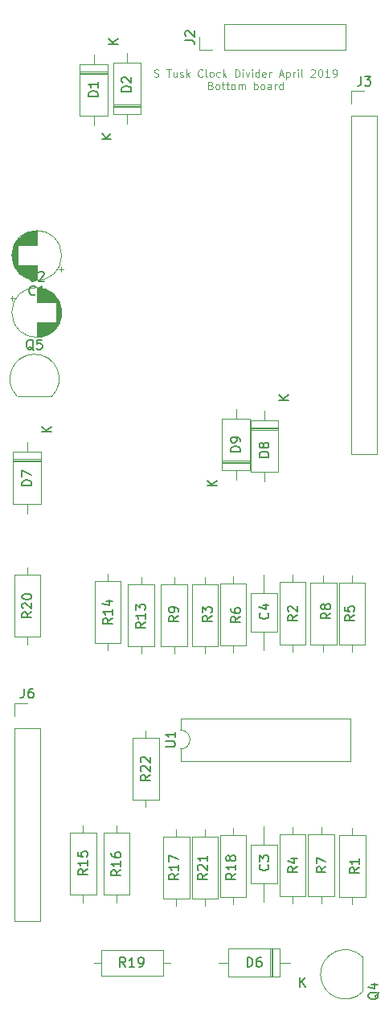
<source format=gbr>
G04 #@! TF.GenerationSoftware,KiCad,Pcbnew,(5.0.1)-3*
G04 #@! TF.CreationDate,2019-04-01T17:27:39+01:00*
G04 #@! TF.ProjectId,Fractional Clock divider PCB1 bottom board,4672616374696F6E616C20436C6F636B,rev?*
G04 #@! TF.SameCoordinates,Original*
G04 #@! TF.FileFunction,Legend,Top*
G04 #@! TF.FilePolarity,Positive*
%FSLAX46Y46*%
G04 Gerber Fmt 4.6, Leading zero omitted, Abs format (unit mm)*
G04 Created by KiCad (PCBNEW (5.0.1)-3) date 01/04/2019 17:27:39*
%MOMM*%
%LPD*%
G01*
G04 APERTURE LIST*
%ADD10C,0.100000*%
%ADD11C,0.120000*%
%ADD12C,0.150000*%
G04 APERTURE END LIST*
D10*
X76880952Y-21173809D02*
X76995238Y-21211904D01*
X77185714Y-21211904D01*
X77261904Y-21173809D01*
X77300000Y-21135714D01*
X77338095Y-21059523D01*
X77338095Y-20983333D01*
X77300000Y-20907142D01*
X77261904Y-20869047D01*
X77185714Y-20830952D01*
X77033333Y-20792857D01*
X76957142Y-20754761D01*
X76919047Y-20716666D01*
X76880952Y-20640476D01*
X76880952Y-20564285D01*
X76919047Y-20488095D01*
X76957142Y-20450000D01*
X77033333Y-20411904D01*
X77223809Y-20411904D01*
X77338095Y-20450000D01*
X78176190Y-20411904D02*
X78633333Y-20411904D01*
X78404761Y-21211904D02*
X78404761Y-20411904D01*
X79242857Y-20678571D02*
X79242857Y-21211904D01*
X78900000Y-20678571D02*
X78900000Y-21097619D01*
X78938095Y-21173809D01*
X79014285Y-21211904D01*
X79128571Y-21211904D01*
X79204761Y-21173809D01*
X79242857Y-21135714D01*
X79585714Y-21173809D02*
X79661904Y-21211904D01*
X79814285Y-21211904D01*
X79890476Y-21173809D01*
X79928571Y-21097619D01*
X79928571Y-21059523D01*
X79890476Y-20983333D01*
X79814285Y-20945238D01*
X79700000Y-20945238D01*
X79623809Y-20907142D01*
X79585714Y-20830952D01*
X79585714Y-20792857D01*
X79623809Y-20716666D01*
X79700000Y-20678571D01*
X79814285Y-20678571D01*
X79890476Y-20716666D01*
X80271428Y-21211904D02*
X80271428Y-20411904D01*
X80347619Y-20907142D02*
X80576190Y-21211904D01*
X80576190Y-20678571D02*
X80271428Y-20983333D01*
X81985714Y-21135714D02*
X81947619Y-21173809D01*
X81833333Y-21211904D01*
X81757142Y-21211904D01*
X81642857Y-21173809D01*
X81566666Y-21097619D01*
X81528571Y-21021428D01*
X81490476Y-20869047D01*
X81490476Y-20754761D01*
X81528571Y-20602380D01*
X81566666Y-20526190D01*
X81642857Y-20450000D01*
X81757142Y-20411904D01*
X81833333Y-20411904D01*
X81947619Y-20450000D01*
X81985714Y-20488095D01*
X82442857Y-21211904D02*
X82366666Y-21173809D01*
X82328571Y-21097619D01*
X82328571Y-20411904D01*
X82861904Y-21211904D02*
X82785714Y-21173809D01*
X82747619Y-21135714D01*
X82709523Y-21059523D01*
X82709523Y-20830952D01*
X82747619Y-20754761D01*
X82785714Y-20716666D01*
X82861904Y-20678571D01*
X82976190Y-20678571D01*
X83052380Y-20716666D01*
X83090476Y-20754761D01*
X83128571Y-20830952D01*
X83128571Y-21059523D01*
X83090476Y-21135714D01*
X83052380Y-21173809D01*
X82976190Y-21211904D01*
X82861904Y-21211904D01*
X83814285Y-21173809D02*
X83738095Y-21211904D01*
X83585714Y-21211904D01*
X83509523Y-21173809D01*
X83471428Y-21135714D01*
X83433333Y-21059523D01*
X83433333Y-20830952D01*
X83471428Y-20754761D01*
X83509523Y-20716666D01*
X83585714Y-20678571D01*
X83738095Y-20678571D01*
X83814285Y-20716666D01*
X84157142Y-21211904D02*
X84157142Y-20411904D01*
X84233333Y-20907142D02*
X84461904Y-21211904D01*
X84461904Y-20678571D02*
X84157142Y-20983333D01*
X85414285Y-21211904D02*
X85414285Y-20411904D01*
X85604761Y-20411904D01*
X85719047Y-20450000D01*
X85795238Y-20526190D01*
X85833333Y-20602380D01*
X85871428Y-20754761D01*
X85871428Y-20869047D01*
X85833333Y-21021428D01*
X85795238Y-21097619D01*
X85719047Y-21173809D01*
X85604761Y-21211904D01*
X85414285Y-21211904D01*
X86214285Y-21211904D02*
X86214285Y-20678571D01*
X86214285Y-20411904D02*
X86176190Y-20450000D01*
X86214285Y-20488095D01*
X86252380Y-20450000D01*
X86214285Y-20411904D01*
X86214285Y-20488095D01*
X86519047Y-20678571D02*
X86709523Y-21211904D01*
X86900000Y-20678571D01*
X87204761Y-21211904D02*
X87204761Y-20678571D01*
X87204761Y-20411904D02*
X87166666Y-20450000D01*
X87204761Y-20488095D01*
X87242857Y-20450000D01*
X87204761Y-20411904D01*
X87204761Y-20488095D01*
X87928571Y-21211904D02*
X87928571Y-20411904D01*
X87928571Y-21173809D02*
X87852380Y-21211904D01*
X87700000Y-21211904D01*
X87623809Y-21173809D01*
X87585714Y-21135714D01*
X87547619Y-21059523D01*
X87547619Y-20830952D01*
X87585714Y-20754761D01*
X87623809Y-20716666D01*
X87700000Y-20678571D01*
X87852380Y-20678571D01*
X87928571Y-20716666D01*
X88614285Y-21173809D02*
X88538095Y-21211904D01*
X88385714Y-21211904D01*
X88309523Y-21173809D01*
X88271428Y-21097619D01*
X88271428Y-20792857D01*
X88309523Y-20716666D01*
X88385714Y-20678571D01*
X88538095Y-20678571D01*
X88614285Y-20716666D01*
X88652380Y-20792857D01*
X88652380Y-20869047D01*
X88271428Y-20945238D01*
X88995238Y-21211904D02*
X88995238Y-20678571D01*
X88995238Y-20830952D02*
X89033333Y-20754761D01*
X89071428Y-20716666D01*
X89147619Y-20678571D01*
X89223809Y-20678571D01*
X90061904Y-20983333D02*
X90442857Y-20983333D01*
X89985714Y-21211904D02*
X90252380Y-20411904D01*
X90519047Y-21211904D01*
X90785714Y-20678571D02*
X90785714Y-21478571D01*
X90785714Y-20716666D02*
X90861904Y-20678571D01*
X91014285Y-20678571D01*
X91090476Y-20716666D01*
X91128571Y-20754761D01*
X91166666Y-20830952D01*
X91166666Y-21059523D01*
X91128571Y-21135714D01*
X91090476Y-21173809D01*
X91014285Y-21211904D01*
X90861904Y-21211904D01*
X90785714Y-21173809D01*
X91509523Y-21211904D02*
X91509523Y-20678571D01*
X91509523Y-20830952D02*
X91547619Y-20754761D01*
X91585714Y-20716666D01*
X91661904Y-20678571D01*
X91738095Y-20678571D01*
X92004761Y-21211904D02*
X92004761Y-20678571D01*
X92004761Y-20411904D02*
X91966666Y-20450000D01*
X92004761Y-20488095D01*
X92042857Y-20450000D01*
X92004761Y-20411904D01*
X92004761Y-20488095D01*
X92500000Y-21211904D02*
X92423809Y-21173809D01*
X92385714Y-21097619D01*
X92385714Y-20411904D01*
X93376190Y-20488095D02*
X93414285Y-20450000D01*
X93490476Y-20411904D01*
X93680952Y-20411904D01*
X93757142Y-20450000D01*
X93795238Y-20488095D01*
X93833333Y-20564285D01*
X93833333Y-20640476D01*
X93795238Y-20754761D01*
X93338095Y-21211904D01*
X93833333Y-21211904D01*
X94328571Y-20411904D02*
X94404761Y-20411904D01*
X94480952Y-20450000D01*
X94519047Y-20488095D01*
X94557142Y-20564285D01*
X94595238Y-20716666D01*
X94595238Y-20907142D01*
X94557142Y-21059523D01*
X94519047Y-21135714D01*
X94480952Y-21173809D01*
X94404761Y-21211904D01*
X94328571Y-21211904D01*
X94252380Y-21173809D01*
X94214285Y-21135714D01*
X94176190Y-21059523D01*
X94138095Y-20907142D01*
X94138095Y-20716666D01*
X94176190Y-20564285D01*
X94214285Y-20488095D01*
X94252380Y-20450000D01*
X94328571Y-20411904D01*
X95357142Y-21211904D02*
X94900000Y-21211904D01*
X95128571Y-21211904D02*
X95128571Y-20411904D01*
X95052380Y-20526190D01*
X94976190Y-20602380D01*
X94900000Y-20640476D01*
X95738095Y-21211904D02*
X95890476Y-21211904D01*
X95966666Y-21173809D01*
X96004761Y-21135714D01*
X96080952Y-21021428D01*
X96119047Y-20869047D01*
X96119047Y-20564285D01*
X96080952Y-20488095D01*
X96042857Y-20450000D01*
X95966666Y-20411904D01*
X95814285Y-20411904D01*
X95738095Y-20450000D01*
X95700000Y-20488095D01*
X95661904Y-20564285D01*
X95661904Y-20754761D01*
X95700000Y-20830952D01*
X95738095Y-20869047D01*
X95814285Y-20907142D01*
X95966666Y-20907142D01*
X96042857Y-20869047D01*
X96080952Y-20830952D01*
X96119047Y-20754761D01*
X82842857Y-22092857D02*
X82957142Y-22130952D01*
X82995238Y-22169047D01*
X83033333Y-22245238D01*
X83033333Y-22359523D01*
X82995238Y-22435714D01*
X82957142Y-22473809D01*
X82880952Y-22511904D01*
X82576190Y-22511904D01*
X82576190Y-21711904D01*
X82842857Y-21711904D01*
X82919047Y-21750000D01*
X82957142Y-21788095D01*
X82995238Y-21864285D01*
X82995238Y-21940476D01*
X82957142Y-22016666D01*
X82919047Y-22054761D01*
X82842857Y-22092857D01*
X82576190Y-22092857D01*
X83490476Y-22511904D02*
X83414285Y-22473809D01*
X83376190Y-22435714D01*
X83338095Y-22359523D01*
X83338095Y-22130952D01*
X83376190Y-22054761D01*
X83414285Y-22016666D01*
X83490476Y-21978571D01*
X83604761Y-21978571D01*
X83680952Y-22016666D01*
X83719047Y-22054761D01*
X83757142Y-22130952D01*
X83757142Y-22359523D01*
X83719047Y-22435714D01*
X83680952Y-22473809D01*
X83604761Y-22511904D01*
X83490476Y-22511904D01*
X83985714Y-21978571D02*
X84290476Y-21978571D01*
X84100000Y-21711904D02*
X84100000Y-22397619D01*
X84138095Y-22473809D01*
X84214285Y-22511904D01*
X84290476Y-22511904D01*
X84442857Y-21978571D02*
X84747619Y-21978571D01*
X84557142Y-21711904D02*
X84557142Y-22397619D01*
X84595238Y-22473809D01*
X84671428Y-22511904D01*
X84747619Y-22511904D01*
X85128571Y-22511904D02*
X85052380Y-22473809D01*
X85014285Y-22435714D01*
X84976190Y-22359523D01*
X84976190Y-22130952D01*
X85014285Y-22054761D01*
X85052380Y-22016666D01*
X85128571Y-21978571D01*
X85242857Y-21978571D01*
X85319047Y-22016666D01*
X85357142Y-22054761D01*
X85395238Y-22130952D01*
X85395238Y-22359523D01*
X85357142Y-22435714D01*
X85319047Y-22473809D01*
X85242857Y-22511904D01*
X85128571Y-22511904D01*
X85738095Y-22511904D02*
X85738095Y-21978571D01*
X85738095Y-22054761D02*
X85776190Y-22016666D01*
X85852380Y-21978571D01*
X85966666Y-21978571D01*
X86042857Y-22016666D01*
X86080952Y-22092857D01*
X86080952Y-22511904D01*
X86080952Y-22092857D02*
X86119047Y-22016666D01*
X86195238Y-21978571D01*
X86309523Y-21978571D01*
X86385714Y-22016666D01*
X86423809Y-22092857D01*
X86423809Y-22511904D01*
X87414285Y-22511904D02*
X87414285Y-21711904D01*
X87414285Y-22016666D02*
X87490476Y-21978571D01*
X87642857Y-21978571D01*
X87719047Y-22016666D01*
X87757142Y-22054761D01*
X87795238Y-22130952D01*
X87795238Y-22359523D01*
X87757142Y-22435714D01*
X87719047Y-22473809D01*
X87642857Y-22511904D01*
X87490476Y-22511904D01*
X87414285Y-22473809D01*
X88252380Y-22511904D02*
X88176190Y-22473809D01*
X88138095Y-22435714D01*
X88100000Y-22359523D01*
X88100000Y-22130952D01*
X88138095Y-22054761D01*
X88176190Y-22016666D01*
X88252380Y-21978571D01*
X88366666Y-21978571D01*
X88442857Y-22016666D01*
X88480952Y-22054761D01*
X88519047Y-22130952D01*
X88519047Y-22359523D01*
X88480952Y-22435714D01*
X88442857Y-22473809D01*
X88366666Y-22511904D01*
X88252380Y-22511904D01*
X89204761Y-22511904D02*
X89204761Y-22092857D01*
X89166666Y-22016666D01*
X89090476Y-21978571D01*
X88938095Y-21978571D01*
X88861904Y-22016666D01*
X89204761Y-22473809D02*
X89128571Y-22511904D01*
X88938095Y-22511904D01*
X88861904Y-22473809D01*
X88823809Y-22397619D01*
X88823809Y-22321428D01*
X88861904Y-22245238D01*
X88938095Y-22207142D01*
X89128571Y-22207142D01*
X89204761Y-22169047D01*
X89585714Y-22511904D02*
X89585714Y-21978571D01*
X89585714Y-22130952D02*
X89623809Y-22054761D01*
X89661904Y-22016666D01*
X89738095Y-21978571D01*
X89814285Y-21978571D01*
X90423809Y-22511904D02*
X90423809Y-21711904D01*
X90423809Y-22473809D02*
X90347619Y-22511904D01*
X90195238Y-22511904D01*
X90119047Y-22473809D01*
X90080952Y-22435714D01*
X90042857Y-22359523D01*
X90042857Y-22130952D01*
X90080952Y-22054761D01*
X90119047Y-22016666D01*
X90195238Y-21978571D01*
X90347619Y-21978571D01*
X90423809Y-22016666D01*
D11*
G04 #@! TO.C,C3*
X88431834Y-100146702D02*
X88431834Y-102086702D01*
X88431834Y-108066702D02*
X88431834Y-106126702D01*
X87011834Y-102086702D02*
X87011834Y-106126702D01*
X89851834Y-102086702D02*
X87011834Y-102086702D01*
X89851834Y-106126702D02*
X89851834Y-102086702D01*
X87011834Y-106126702D02*
X89851834Y-106126702D01*
G04 #@! TO.C,C4*
X88431834Y-73646702D02*
X88431834Y-75586702D01*
X88431834Y-81566702D02*
X88431834Y-79626702D01*
X87011834Y-75586702D02*
X87011834Y-79626702D01*
X89851834Y-75586702D02*
X87011834Y-75586702D01*
X89851834Y-79626702D02*
X89851834Y-75586702D01*
X87011834Y-79626702D02*
X89851834Y-79626702D01*
G04 #@! TO.C,C1*
X67120000Y-40000000D02*
G75*
G03X67120000Y-40000000I-2620000J0D01*
G01*
X64500000Y-38960000D02*
X64500000Y-37420000D01*
X64500000Y-42580000D02*
X64500000Y-41040000D01*
X64460000Y-38960000D02*
X64460000Y-37420000D01*
X64460000Y-42580000D02*
X64460000Y-41040000D01*
X64420000Y-42579000D02*
X64420000Y-41040000D01*
X64420000Y-38960000D02*
X64420000Y-37421000D01*
X64380000Y-42578000D02*
X64380000Y-41040000D01*
X64380000Y-38960000D02*
X64380000Y-37422000D01*
X64340000Y-42576000D02*
X64340000Y-41040000D01*
X64340000Y-38960000D02*
X64340000Y-37424000D01*
X64300000Y-42573000D02*
X64300000Y-41040000D01*
X64300000Y-38960000D02*
X64300000Y-37427000D01*
X64260000Y-42569000D02*
X64260000Y-41040000D01*
X64260000Y-38960000D02*
X64260000Y-37431000D01*
X64220000Y-42565000D02*
X64220000Y-41040000D01*
X64220000Y-38960000D02*
X64220000Y-37435000D01*
X64180000Y-42561000D02*
X64180000Y-41040000D01*
X64180000Y-38960000D02*
X64180000Y-37439000D01*
X64140000Y-42556000D02*
X64140000Y-41040000D01*
X64140000Y-38960000D02*
X64140000Y-37444000D01*
X64100000Y-42550000D02*
X64100000Y-41040000D01*
X64100000Y-38960000D02*
X64100000Y-37450000D01*
X64060000Y-42543000D02*
X64060000Y-41040000D01*
X64060000Y-38960000D02*
X64060000Y-37457000D01*
X64020000Y-42536000D02*
X64020000Y-41040000D01*
X64020000Y-38960000D02*
X64020000Y-37464000D01*
X63980000Y-42528000D02*
X63980000Y-41040000D01*
X63980000Y-38960000D02*
X63980000Y-37472000D01*
X63940000Y-42520000D02*
X63940000Y-41040000D01*
X63940000Y-38960000D02*
X63940000Y-37480000D01*
X63900000Y-42511000D02*
X63900000Y-41040000D01*
X63900000Y-38960000D02*
X63900000Y-37489000D01*
X63860000Y-42501000D02*
X63860000Y-41040000D01*
X63860000Y-38960000D02*
X63860000Y-37499000D01*
X63820000Y-42491000D02*
X63820000Y-41040000D01*
X63820000Y-38960000D02*
X63820000Y-37509000D01*
X63779000Y-42480000D02*
X63779000Y-41040000D01*
X63779000Y-38960000D02*
X63779000Y-37520000D01*
X63739000Y-42468000D02*
X63739000Y-41040000D01*
X63739000Y-38960000D02*
X63739000Y-37532000D01*
X63699000Y-42455000D02*
X63699000Y-41040000D01*
X63699000Y-38960000D02*
X63699000Y-37545000D01*
X63659000Y-42442000D02*
X63659000Y-41040000D01*
X63659000Y-38960000D02*
X63659000Y-37558000D01*
X63619000Y-42428000D02*
X63619000Y-41040000D01*
X63619000Y-38960000D02*
X63619000Y-37572000D01*
X63579000Y-42414000D02*
X63579000Y-41040000D01*
X63579000Y-38960000D02*
X63579000Y-37586000D01*
X63539000Y-42398000D02*
X63539000Y-41040000D01*
X63539000Y-38960000D02*
X63539000Y-37602000D01*
X63499000Y-42382000D02*
X63499000Y-41040000D01*
X63499000Y-38960000D02*
X63499000Y-37618000D01*
X63459000Y-42365000D02*
X63459000Y-41040000D01*
X63459000Y-38960000D02*
X63459000Y-37635000D01*
X63419000Y-42348000D02*
X63419000Y-41040000D01*
X63419000Y-38960000D02*
X63419000Y-37652000D01*
X63379000Y-42329000D02*
X63379000Y-41040000D01*
X63379000Y-38960000D02*
X63379000Y-37671000D01*
X63339000Y-42310000D02*
X63339000Y-41040000D01*
X63339000Y-38960000D02*
X63339000Y-37690000D01*
X63299000Y-42290000D02*
X63299000Y-41040000D01*
X63299000Y-38960000D02*
X63299000Y-37710000D01*
X63259000Y-42268000D02*
X63259000Y-41040000D01*
X63259000Y-38960000D02*
X63259000Y-37732000D01*
X63219000Y-42247000D02*
X63219000Y-41040000D01*
X63219000Y-38960000D02*
X63219000Y-37753000D01*
X63179000Y-42224000D02*
X63179000Y-41040000D01*
X63179000Y-38960000D02*
X63179000Y-37776000D01*
X63139000Y-42200000D02*
X63139000Y-41040000D01*
X63139000Y-38960000D02*
X63139000Y-37800000D01*
X63099000Y-42175000D02*
X63099000Y-41040000D01*
X63099000Y-38960000D02*
X63099000Y-37825000D01*
X63059000Y-42149000D02*
X63059000Y-41040000D01*
X63059000Y-38960000D02*
X63059000Y-37851000D01*
X63019000Y-42122000D02*
X63019000Y-41040000D01*
X63019000Y-38960000D02*
X63019000Y-37878000D01*
X62979000Y-42095000D02*
X62979000Y-41040000D01*
X62979000Y-38960000D02*
X62979000Y-37905000D01*
X62939000Y-42065000D02*
X62939000Y-41040000D01*
X62939000Y-38960000D02*
X62939000Y-37935000D01*
X62899000Y-42035000D02*
X62899000Y-41040000D01*
X62899000Y-38960000D02*
X62899000Y-37965000D01*
X62859000Y-42004000D02*
X62859000Y-41040000D01*
X62859000Y-38960000D02*
X62859000Y-37996000D01*
X62819000Y-41971000D02*
X62819000Y-41040000D01*
X62819000Y-38960000D02*
X62819000Y-38029000D01*
X62779000Y-41937000D02*
X62779000Y-41040000D01*
X62779000Y-38960000D02*
X62779000Y-38063000D01*
X62739000Y-41901000D02*
X62739000Y-41040000D01*
X62739000Y-38960000D02*
X62739000Y-38099000D01*
X62699000Y-41864000D02*
X62699000Y-41040000D01*
X62699000Y-38960000D02*
X62699000Y-38136000D01*
X62659000Y-41826000D02*
X62659000Y-41040000D01*
X62659000Y-38960000D02*
X62659000Y-38174000D01*
X62619000Y-41785000D02*
X62619000Y-41040000D01*
X62619000Y-38960000D02*
X62619000Y-38215000D01*
X62579000Y-41743000D02*
X62579000Y-41040000D01*
X62579000Y-38960000D02*
X62579000Y-38257000D01*
X62539000Y-41699000D02*
X62539000Y-41040000D01*
X62539000Y-38960000D02*
X62539000Y-38301000D01*
X62499000Y-41653000D02*
X62499000Y-41040000D01*
X62499000Y-38960000D02*
X62499000Y-38347000D01*
X62459000Y-41605000D02*
X62459000Y-38395000D01*
X62419000Y-41554000D02*
X62419000Y-38446000D01*
X62379000Y-41500000D02*
X62379000Y-38500000D01*
X62339000Y-41443000D02*
X62339000Y-38557000D01*
X62299000Y-41383000D02*
X62299000Y-38617000D01*
X62259000Y-41319000D02*
X62259000Y-38681000D01*
X62219000Y-41251000D02*
X62219000Y-38749000D01*
X62179000Y-41178000D02*
X62179000Y-38822000D01*
X62139000Y-41098000D02*
X62139000Y-38902000D01*
X62099000Y-41011000D02*
X62099000Y-38989000D01*
X62059000Y-40915000D02*
X62059000Y-39085000D01*
X62019000Y-40805000D02*
X62019000Y-39195000D01*
X61979000Y-40677000D02*
X61979000Y-39323000D01*
X61939000Y-40518000D02*
X61939000Y-39482000D01*
X61899000Y-40284000D02*
X61899000Y-39716000D01*
X67304775Y-41475000D02*
X66804775Y-41475000D01*
X67054775Y-41725000D02*
X67054775Y-41225000D01*
G04 #@! TO.C,C2*
X61945225Y-44275000D02*
X61945225Y-44775000D01*
X61695225Y-44525000D02*
X62195225Y-44525000D01*
X67101000Y-45716000D02*
X67101000Y-46284000D01*
X67061000Y-45482000D02*
X67061000Y-46518000D01*
X67021000Y-45323000D02*
X67021000Y-46677000D01*
X66981000Y-45195000D02*
X66981000Y-46805000D01*
X66941000Y-45085000D02*
X66941000Y-46915000D01*
X66901000Y-44989000D02*
X66901000Y-47011000D01*
X66861000Y-44902000D02*
X66861000Y-47098000D01*
X66821000Y-44822000D02*
X66821000Y-47178000D01*
X66781000Y-44749000D02*
X66781000Y-47251000D01*
X66741000Y-44681000D02*
X66741000Y-47319000D01*
X66701000Y-44617000D02*
X66701000Y-47383000D01*
X66661000Y-44557000D02*
X66661000Y-47443000D01*
X66621000Y-44500000D02*
X66621000Y-47500000D01*
X66581000Y-44446000D02*
X66581000Y-47554000D01*
X66541000Y-44395000D02*
X66541000Y-47605000D01*
X66501000Y-47040000D02*
X66501000Y-47653000D01*
X66501000Y-44347000D02*
X66501000Y-44960000D01*
X66461000Y-47040000D02*
X66461000Y-47699000D01*
X66461000Y-44301000D02*
X66461000Y-44960000D01*
X66421000Y-47040000D02*
X66421000Y-47743000D01*
X66421000Y-44257000D02*
X66421000Y-44960000D01*
X66381000Y-47040000D02*
X66381000Y-47785000D01*
X66381000Y-44215000D02*
X66381000Y-44960000D01*
X66341000Y-47040000D02*
X66341000Y-47826000D01*
X66341000Y-44174000D02*
X66341000Y-44960000D01*
X66301000Y-47040000D02*
X66301000Y-47864000D01*
X66301000Y-44136000D02*
X66301000Y-44960000D01*
X66261000Y-47040000D02*
X66261000Y-47901000D01*
X66261000Y-44099000D02*
X66261000Y-44960000D01*
X66221000Y-47040000D02*
X66221000Y-47937000D01*
X66221000Y-44063000D02*
X66221000Y-44960000D01*
X66181000Y-47040000D02*
X66181000Y-47971000D01*
X66181000Y-44029000D02*
X66181000Y-44960000D01*
X66141000Y-47040000D02*
X66141000Y-48004000D01*
X66141000Y-43996000D02*
X66141000Y-44960000D01*
X66101000Y-47040000D02*
X66101000Y-48035000D01*
X66101000Y-43965000D02*
X66101000Y-44960000D01*
X66061000Y-47040000D02*
X66061000Y-48065000D01*
X66061000Y-43935000D02*
X66061000Y-44960000D01*
X66021000Y-47040000D02*
X66021000Y-48095000D01*
X66021000Y-43905000D02*
X66021000Y-44960000D01*
X65981000Y-47040000D02*
X65981000Y-48122000D01*
X65981000Y-43878000D02*
X65981000Y-44960000D01*
X65941000Y-47040000D02*
X65941000Y-48149000D01*
X65941000Y-43851000D02*
X65941000Y-44960000D01*
X65901000Y-47040000D02*
X65901000Y-48175000D01*
X65901000Y-43825000D02*
X65901000Y-44960000D01*
X65861000Y-47040000D02*
X65861000Y-48200000D01*
X65861000Y-43800000D02*
X65861000Y-44960000D01*
X65821000Y-47040000D02*
X65821000Y-48224000D01*
X65821000Y-43776000D02*
X65821000Y-44960000D01*
X65781000Y-47040000D02*
X65781000Y-48247000D01*
X65781000Y-43753000D02*
X65781000Y-44960000D01*
X65741000Y-47040000D02*
X65741000Y-48268000D01*
X65741000Y-43732000D02*
X65741000Y-44960000D01*
X65701000Y-47040000D02*
X65701000Y-48290000D01*
X65701000Y-43710000D02*
X65701000Y-44960000D01*
X65661000Y-47040000D02*
X65661000Y-48310000D01*
X65661000Y-43690000D02*
X65661000Y-44960000D01*
X65621000Y-47040000D02*
X65621000Y-48329000D01*
X65621000Y-43671000D02*
X65621000Y-44960000D01*
X65581000Y-47040000D02*
X65581000Y-48348000D01*
X65581000Y-43652000D02*
X65581000Y-44960000D01*
X65541000Y-47040000D02*
X65541000Y-48365000D01*
X65541000Y-43635000D02*
X65541000Y-44960000D01*
X65501000Y-47040000D02*
X65501000Y-48382000D01*
X65501000Y-43618000D02*
X65501000Y-44960000D01*
X65461000Y-47040000D02*
X65461000Y-48398000D01*
X65461000Y-43602000D02*
X65461000Y-44960000D01*
X65421000Y-47040000D02*
X65421000Y-48414000D01*
X65421000Y-43586000D02*
X65421000Y-44960000D01*
X65381000Y-47040000D02*
X65381000Y-48428000D01*
X65381000Y-43572000D02*
X65381000Y-44960000D01*
X65341000Y-47040000D02*
X65341000Y-48442000D01*
X65341000Y-43558000D02*
X65341000Y-44960000D01*
X65301000Y-47040000D02*
X65301000Y-48455000D01*
X65301000Y-43545000D02*
X65301000Y-44960000D01*
X65261000Y-47040000D02*
X65261000Y-48468000D01*
X65261000Y-43532000D02*
X65261000Y-44960000D01*
X65221000Y-47040000D02*
X65221000Y-48480000D01*
X65221000Y-43520000D02*
X65221000Y-44960000D01*
X65180000Y-47040000D02*
X65180000Y-48491000D01*
X65180000Y-43509000D02*
X65180000Y-44960000D01*
X65140000Y-47040000D02*
X65140000Y-48501000D01*
X65140000Y-43499000D02*
X65140000Y-44960000D01*
X65100000Y-47040000D02*
X65100000Y-48511000D01*
X65100000Y-43489000D02*
X65100000Y-44960000D01*
X65060000Y-47040000D02*
X65060000Y-48520000D01*
X65060000Y-43480000D02*
X65060000Y-44960000D01*
X65020000Y-47040000D02*
X65020000Y-48528000D01*
X65020000Y-43472000D02*
X65020000Y-44960000D01*
X64980000Y-47040000D02*
X64980000Y-48536000D01*
X64980000Y-43464000D02*
X64980000Y-44960000D01*
X64940000Y-47040000D02*
X64940000Y-48543000D01*
X64940000Y-43457000D02*
X64940000Y-44960000D01*
X64900000Y-47040000D02*
X64900000Y-48550000D01*
X64900000Y-43450000D02*
X64900000Y-44960000D01*
X64860000Y-47040000D02*
X64860000Y-48556000D01*
X64860000Y-43444000D02*
X64860000Y-44960000D01*
X64820000Y-47040000D02*
X64820000Y-48561000D01*
X64820000Y-43439000D02*
X64820000Y-44960000D01*
X64780000Y-47040000D02*
X64780000Y-48565000D01*
X64780000Y-43435000D02*
X64780000Y-44960000D01*
X64740000Y-47040000D02*
X64740000Y-48569000D01*
X64740000Y-43431000D02*
X64740000Y-44960000D01*
X64700000Y-47040000D02*
X64700000Y-48573000D01*
X64700000Y-43427000D02*
X64700000Y-44960000D01*
X64660000Y-47040000D02*
X64660000Y-48576000D01*
X64660000Y-43424000D02*
X64660000Y-44960000D01*
X64620000Y-47040000D02*
X64620000Y-48578000D01*
X64620000Y-43422000D02*
X64620000Y-44960000D01*
X64580000Y-47040000D02*
X64580000Y-48579000D01*
X64580000Y-43421000D02*
X64580000Y-44960000D01*
X64540000Y-43420000D02*
X64540000Y-44960000D01*
X64540000Y-47040000D02*
X64540000Y-48580000D01*
X64500000Y-43420000D02*
X64500000Y-44960000D01*
X64500000Y-47040000D02*
X64500000Y-48580000D01*
X67120000Y-46000000D02*
G75*
G03X67120000Y-46000000I-2620000J0D01*
G01*
G04 #@! TO.C,D1*
X72530000Y-24360000D02*
X75470000Y-24360000D01*
X72530000Y-24120000D02*
X75470000Y-24120000D01*
X72530000Y-24240000D02*
X75470000Y-24240000D01*
X74000000Y-18680000D02*
X74000000Y-19700000D01*
X74000000Y-26160000D02*
X74000000Y-25140000D01*
X72530000Y-19700000D02*
X72530000Y-25140000D01*
X75470000Y-19700000D02*
X72530000Y-19700000D01*
X75470000Y-25140000D02*
X75470000Y-19700000D01*
X72530000Y-25140000D02*
X75470000Y-25140000D01*
G04 #@! TO.C,D2*
X71970000Y-19860000D02*
X69030000Y-19860000D01*
X69030000Y-19860000D02*
X69030000Y-25300000D01*
X69030000Y-25300000D02*
X71970000Y-25300000D01*
X71970000Y-25300000D02*
X71970000Y-19860000D01*
X70500000Y-18840000D02*
X70500000Y-19860000D01*
X70500000Y-26320000D02*
X70500000Y-25300000D01*
X71970000Y-20760000D02*
X69030000Y-20760000D01*
X71970000Y-20880000D02*
X69030000Y-20880000D01*
X71970000Y-20640000D02*
X69030000Y-20640000D01*
G04 #@! TO.C,D6*
X90140000Y-115970000D02*
X90140000Y-113030000D01*
X90140000Y-113030000D02*
X84700000Y-113030000D01*
X84700000Y-113030000D02*
X84700000Y-115970000D01*
X84700000Y-115970000D02*
X90140000Y-115970000D01*
X91160000Y-114500000D02*
X90140000Y-114500000D01*
X83680000Y-114500000D02*
X84700000Y-114500000D01*
X89240000Y-115970000D02*
X89240000Y-113030000D01*
X89120000Y-115970000D02*
X89120000Y-113030000D01*
X89360000Y-115970000D02*
X89360000Y-113030000D01*
G04 #@! TO.C,D7*
X64970000Y-60700000D02*
X62030000Y-60700000D01*
X62030000Y-60700000D02*
X62030000Y-66140000D01*
X62030000Y-66140000D02*
X64970000Y-66140000D01*
X64970000Y-66140000D02*
X64970000Y-60700000D01*
X63500000Y-59680000D02*
X63500000Y-60700000D01*
X63500000Y-67160000D02*
X63500000Y-66140000D01*
X64970000Y-61600000D02*
X62030000Y-61600000D01*
X64970000Y-61720000D02*
X62030000Y-61720000D01*
X64970000Y-61480000D02*
X62030000Y-61480000D01*
G04 #@! TO.C,D8*
X89970000Y-58140000D02*
X87030000Y-58140000D01*
X89970000Y-58380000D02*
X87030000Y-58380000D01*
X89970000Y-58260000D02*
X87030000Y-58260000D01*
X88500000Y-63820000D02*
X88500000Y-62800000D01*
X88500000Y-56340000D02*
X88500000Y-57360000D01*
X89970000Y-62800000D02*
X89970000Y-57360000D01*
X87030000Y-62800000D02*
X89970000Y-62800000D01*
X87030000Y-57360000D02*
X87030000Y-62800000D01*
X89970000Y-57360000D02*
X87030000Y-57360000D01*
G04 #@! TO.C,D9*
X84030000Y-61860000D02*
X86970000Y-61860000D01*
X84030000Y-61620000D02*
X86970000Y-61620000D01*
X84030000Y-61740000D02*
X86970000Y-61740000D01*
X85500000Y-56180000D02*
X85500000Y-57200000D01*
X85500000Y-63660000D02*
X85500000Y-62640000D01*
X84030000Y-57200000D02*
X84030000Y-62640000D01*
X86970000Y-57200000D02*
X84030000Y-57200000D01*
X86970000Y-62640000D02*
X86970000Y-57200000D01*
X84030000Y-62640000D02*
X86970000Y-62640000D01*
G04 #@! TO.C,J2*
X81670000Y-18330000D02*
X81670000Y-17000000D01*
X83000000Y-18330000D02*
X81670000Y-18330000D01*
X84270000Y-18330000D02*
X84270000Y-15670000D01*
X84270000Y-15670000D02*
X97030000Y-15670000D01*
X84270000Y-18330000D02*
X97030000Y-18330000D01*
X97030000Y-18330000D02*
X97030000Y-15670000D01*
G04 #@! TO.C,J3*
X97670000Y-60890000D02*
X100330000Y-60890000D01*
X97670000Y-25270000D02*
X97670000Y-60890000D01*
X100330000Y-25270000D02*
X100330000Y-60890000D01*
X97670000Y-25270000D02*
X100330000Y-25270000D01*
X97670000Y-24000000D02*
X97670000Y-22670000D01*
X97670000Y-22670000D02*
X99000000Y-22670000D01*
G04 #@! TO.C,J6*
X62170000Y-87170000D02*
X63500000Y-87170000D01*
X62170000Y-88500000D02*
X62170000Y-87170000D01*
X62170000Y-89770000D02*
X64830000Y-89770000D01*
X64830000Y-89770000D02*
X64830000Y-110150000D01*
X62170000Y-89770000D02*
X62170000Y-110150000D01*
X62170000Y-110150000D02*
X64830000Y-110150000D01*
G04 #@! TO.C,Q4*
X98838478Y-113891522D02*
G75*
G03X94400000Y-115730000I-1838478J-1838478D01*
G01*
X98838478Y-117568478D02*
G75*
G02X94400000Y-115730000I-1838478J1838478D01*
G01*
X98850000Y-117530000D02*
X98850000Y-113930000D01*
G04 #@! TO.C,Q5*
X62470000Y-54850000D02*
X66070000Y-54850000D01*
X62431522Y-54838478D02*
G75*
G02X64270000Y-50400000I1838478J1838478D01*
G01*
X66108478Y-54838478D02*
G75*
G03X64270000Y-50400000I-1838478J1838478D01*
G01*
G04 #@! TO.C,R1*
X99129090Y-101046542D02*
X96389090Y-101046542D01*
X96389090Y-101046542D02*
X96389090Y-107586542D01*
X96389090Y-107586542D02*
X99129090Y-107586542D01*
X99129090Y-107586542D02*
X99129090Y-101046542D01*
X97759090Y-100276542D02*
X97759090Y-101046542D01*
X97759090Y-108356542D02*
X97759090Y-107586542D01*
G04 #@! TO.C,R2*
X94705873Y-73691486D02*
X94705873Y-74461486D01*
X94705873Y-81771486D02*
X94705873Y-81001486D01*
X93335873Y-74461486D02*
X93335873Y-81001486D01*
X96075873Y-74461486D02*
X93335873Y-74461486D01*
X96075873Y-81001486D02*
X96075873Y-74461486D01*
X93335873Y-81001486D02*
X96075873Y-81001486D01*
G04 #@! TO.C,R3*
X83835873Y-81080678D02*
X86575873Y-81080678D01*
X86575873Y-81080678D02*
X86575873Y-74540678D01*
X86575873Y-74540678D02*
X83835873Y-74540678D01*
X83835873Y-74540678D02*
X83835873Y-81080678D01*
X85205873Y-81850678D02*
X85205873Y-81080678D01*
X85205873Y-73770678D02*
X85205873Y-74540678D01*
G04 #@! TO.C,R4*
X91473391Y-100191486D02*
X91473391Y-100961486D01*
X91473391Y-108271486D02*
X91473391Y-107501486D01*
X90103391Y-100961486D02*
X90103391Y-107501486D01*
X92843391Y-100961486D02*
X90103391Y-100961486D01*
X92843391Y-107501486D02*
X92843391Y-100961486D01*
X90103391Y-107501486D02*
X92843391Y-107501486D01*
G04 #@! TO.C,R5*
X96335873Y-81001486D02*
X99075873Y-81001486D01*
X99075873Y-81001486D02*
X99075873Y-74461486D01*
X99075873Y-74461486D02*
X96335873Y-74461486D01*
X96335873Y-74461486D02*
X96335873Y-81001486D01*
X97705873Y-81771486D02*
X97705873Y-81001486D01*
X97705873Y-73691486D02*
X97705873Y-74461486D01*
G04 #@! TO.C,R6*
X83575873Y-74621486D02*
X80835873Y-74621486D01*
X80835873Y-74621486D02*
X80835873Y-81161486D01*
X80835873Y-81161486D02*
X83575873Y-81161486D01*
X83575873Y-81161486D02*
X83575873Y-74621486D01*
X82205873Y-73851486D02*
X82205873Y-74621486D01*
X82205873Y-81931486D02*
X82205873Y-81161486D01*
G04 #@! TO.C,R7*
X93103391Y-107501486D02*
X95843391Y-107501486D01*
X95843391Y-107501486D02*
X95843391Y-100961486D01*
X95843391Y-100961486D02*
X93103391Y-100961486D01*
X93103391Y-100961486D02*
X93103391Y-107501486D01*
X94473391Y-108271486D02*
X94473391Y-107501486D01*
X94473391Y-100191486D02*
X94473391Y-100961486D01*
G04 #@! TO.C,R8*
X92801834Y-74416702D02*
X90061834Y-74416702D01*
X90061834Y-74416702D02*
X90061834Y-80956702D01*
X90061834Y-80956702D02*
X92801834Y-80956702D01*
X92801834Y-80956702D02*
X92801834Y-74416702D01*
X91431834Y-73646702D02*
X91431834Y-74416702D01*
X91431834Y-81726702D02*
X91431834Y-80956702D01*
G04 #@! TO.C,R9*
X78973391Y-81931486D02*
X78973391Y-81161486D01*
X78973391Y-73851486D02*
X78973391Y-74621486D01*
X80343391Y-81161486D02*
X80343391Y-74621486D01*
X77603391Y-81161486D02*
X80343391Y-81161486D01*
X77603391Y-74621486D02*
X77603391Y-81161486D01*
X80343391Y-74621486D02*
X77603391Y-74621486D01*
G04 #@! TO.C,R13*
X75500000Y-73880000D02*
X75500000Y-74650000D01*
X75500000Y-81960000D02*
X75500000Y-81190000D01*
X74130000Y-74650000D02*
X74130000Y-81190000D01*
X76870000Y-74650000D02*
X74130000Y-74650000D01*
X76870000Y-81190000D02*
X76870000Y-74650000D01*
X74130000Y-81190000D02*
X76870000Y-81190000D01*
G04 #@! TO.C,R14*
X72000000Y-81620000D02*
X72000000Y-80850000D01*
X72000000Y-73540000D02*
X72000000Y-74310000D01*
X73370000Y-80850000D02*
X73370000Y-74310000D01*
X70630000Y-80850000D02*
X73370000Y-80850000D01*
X70630000Y-74310000D02*
X70630000Y-80850000D01*
X73370000Y-74310000D02*
X70630000Y-74310000D01*
G04 #@! TO.C,R15*
X70764226Y-100828477D02*
X68024226Y-100828477D01*
X68024226Y-100828477D02*
X68024226Y-107368477D01*
X68024226Y-107368477D02*
X70764226Y-107368477D01*
X70764226Y-107368477D02*
X70764226Y-100828477D01*
X69394226Y-100058477D02*
X69394226Y-100828477D01*
X69394226Y-108138477D02*
X69394226Y-107368477D01*
G04 #@! TO.C,R16*
X72894226Y-108138477D02*
X72894226Y-107368477D01*
X72894226Y-100058477D02*
X72894226Y-100828477D01*
X74264226Y-107368477D02*
X74264226Y-100828477D01*
X71524226Y-107368477D02*
X74264226Y-107368477D01*
X71524226Y-100828477D02*
X71524226Y-107368477D01*
X74264226Y-100828477D02*
X71524226Y-100828477D01*
G04 #@! TO.C,R17*
X80575873Y-101200678D02*
X77835873Y-101200678D01*
X77835873Y-101200678D02*
X77835873Y-107740678D01*
X77835873Y-107740678D02*
X80575873Y-107740678D01*
X80575873Y-107740678D02*
X80575873Y-101200678D01*
X79205873Y-100430678D02*
X79205873Y-101200678D01*
X79205873Y-108510678D02*
X79205873Y-107740678D01*
G04 #@! TO.C,R18*
X82205873Y-108510678D02*
X82205873Y-107740678D01*
X82205873Y-100430678D02*
X82205873Y-101200678D01*
X83575873Y-107740678D02*
X83575873Y-101200678D01*
X80835873Y-107740678D02*
X83575873Y-107740678D01*
X80835873Y-101200678D02*
X80835873Y-107740678D01*
X83575873Y-101200678D02*
X80835873Y-101200678D01*
G04 #@! TO.C,R19*
X78620000Y-114500000D02*
X77850000Y-114500000D01*
X70540000Y-114500000D02*
X71310000Y-114500000D01*
X77850000Y-113130000D02*
X71310000Y-113130000D01*
X77850000Y-115870000D02*
X77850000Y-113130000D01*
X71310000Y-115870000D02*
X77850000Y-115870000D01*
X71310000Y-113130000D02*
X71310000Y-115870000D01*
G04 #@! TO.C,R20*
X62130000Y-80190000D02*
X64870000Y-80190000D01*
X64870000Y-80190000D02*
X64870000Y-73650000D01*
X64870000Y-73650000D02*
X62130000Y-73650000D01*
X62130000Y-73650000D02*
X62130000Y-80190000D01*
X63500000Y-80960000D02*
X63500000Y-80190000D01*
X63500000Y-72880000D02*
X63500000Y-73650000D01*
G04 #@! TO.C,R21*
X83835873Y-107580678D02*
X86575873Y-107580678D01*
X86575873Y-107580678D02*
X86575873Y-101040678D01*
X86575873Y-101040678D02*
X83835873Y-101040678D01*
X83835873Y-101040678D02*
X83835873Y-107580678D01*
X85205873Y-108350678D02*
X85205873Y-107580678D01*
X85205873Y-100270678D02*
X85205873Y-101040678D01*
G04 #@! TO.C,R22*
X76000000Y-98120000D02*
X76000000Y-97350000D01*
X76000000Y-90040000D02*
X76000000Y-90810000D01*
X77370000Y-97350000D02*
X77370000Y-90810000D01*
X74630000Y-97350000D02*
X77370000Y-97350000D01*
X74630000Y-90810000D02*
X74630000Y-97350000D01*
X77370000Y-90810000D02*
X74630000Y-90810000D01*
G04 #@! TO.C,U1*
X79643391Y-90001486D02*
G75*
G02X79643391Y-92001486I0J-1000000D01*
G01*
X79643391Y-92001486D02*
X79643391Y-93251486D01*
X79643391Y-93251486D02*
X97543391Y-93251486D01*
X97543391Y-93251486D02*
X97543391Y-88751486D01*
X97543391Y-88751486D02*
X79643391Y-88751486D01*
X79643391Y-88751486D02*
X79643391Y-90001486D01*
G04 #@! TO.C,C3*
D12*
X88857142Y-104166666D02*
X88904761Y-104214285D01*
X88952380Y-104357142D01*
X88952380Y-104452380D01*
X88904761Y-104595238D01*
X88809523Y-104690476D01*
X88714285Y-104738095D01*
X88523809Y-104785714D01*
X88380952Y-104785714D01*
X88190476Y-104738095D01*
X88095238Y-104690476D01*
X88000000Y-104595238D01*
X87952380Y-104452380D01*
X87952380Y-104357142D01*
X88000000Y-104214285D01*
X88047619Y-104166666D01*
X87952380Y-103833333D02*
X87952380Y-103214285D01*
X88333333Y-103547619D01*
X88333333Y-103404761D01*
X88380952Y-103309523D01*
X88428571Y-103261904D01*
X88523809Y-103214285D01*
X88761904Y-103214285D01*
X88857142Y-103261904D01*
X88904761Y-103309523D01*
X88952380Y-103404761D01*
X88952380Y-103690476D01*
X88904761Y-103785714D01*
X88857142Y-103833333D01*
G04 #@! TO.C,C4*
X88857142Y-77666666D02*
X88904761Y-77714285D01*
X88952380Y-77857142D01*
X88952380Y-77952380D01*
X88904761Y-78095238D01*
X88809523Y-78190476D01*
X88714285Y-78238095D01*
X88523809Y-78285714D01*
X88380952Y-78285714D01*
X88190476Y-78238095D01*
X88095238Y-78190476D01*
X88000000Y-78095238D01*
X87952380Y-77952380D01*
X87952380Y-77857142D01*
X88000000Y-77714285D01*
X88047619Y-77666666D01*
X88285714Y-76809523D02*
X88952380Y-76809523D01*
X87904761Y-77047619D02*
X88619047Y-77285714D01*
X88619047Y-76666666D01*
G04 #@! TO.C,C1*
X64333333Y-44107142D02*
X64285714Y-44154761D01*
X64142857Y-44202380D01*
X64047619Y-44202380D01*
X63904761Y-44154761D01*
X63809523Y-44059523D01*
X63761904Y-43964285D01*
X63714285Y-43773809D01*
X63714285Y-43630952D01*
X63761904Y-43440476D01*
X63809523Y-43345238D01*
X63904761Y-43250000D01*
X64047619Y-43202380D01*
X64142857Y-43202380D01*
X64285714Y-43250000D01*
X64333333Y-43297619D01*
X65285714Y-44202380D02*
X64714285Y-44202380D01*
X65000000Y-44202380D02*
X65000000Y-43202380D01*
X64904761Y-43345238D01*
X64809523Y-43440476D01*
X64714285Y-43488095D01*
G04 #@! TO.C,C2*
X64333333Y-42607142D02*
X64285714Y-42654761D01*
X64142857Y-42702380D01*
X64047619Y-42702380D01*
X63904761Y-42654761D01*
X63809523Y-42559523D01*
X63761904Y-42464285D01*
X63714285Y-42273809D01*
X63714285Y-42130952D01*
X63761904Y-41940476D01*
X63809523Y-41845238D01*
X63904761Y-41750000D01*
X64047619Y-41702380D01*
X64142857Y-41702380D01*
X64285714Y-41750000D01*
X64333333Y-41797619D01*
X64714285Y-41797619D02*
X64761904Y-41750000D01*
X64857142Y-41702380D01*
X65095238Y-41702380D01*
X65190476Y-41750000D01*
X65238095Y-41797619D01*
X65285714Y-41892857D01*
X65285714Y-41988095D01*
X65238095Y-42130952D01*
X64666666Y-42702380D01*
X65285714Y-42702380D01*
G04 #@! TO.C,D1*
X70952380Y-23238095D02*
X69952380Y-23238095D01*
X69952380Y-23000000D01*
X70000000Y-22857142D01*
X70095238Y-22761904D01*
X70190476Y-22714285D01*
X70380952Y-22666666D01*
X70523809Y-22666666D01*
X70714285Y-22714285D01*
X70809523Y-22761904D01*
X70904761Y-22857142D01*
X70952380Y-23000000D01*
X70952380Y-23238095D01*
X70952380Y-21714285D02*
X70952380Y-22285714D01*
X70952380Y-22000000D02*
X69952380Y-22000000D01*
X70095238Y-22095238D01*
X70190476Y-22190476D01*
X70238095Y-22285714D01*
X72352380Y-27761904D02*
X71352380Y-27761904D01*
X72352380Y-27190476D02*
X71780952Y-27619047D01*
X71352380Y-27190476D02*
X71923809Y-27761904D01*
G04 #@! TO.C,D2*
X74452380Y-22738095D02*
X73452380Y-22738095D01*
X73452380Y-22500000D01*
X73500000Y-22357142D01*
X73595238Y-22261904D01*
X73690476Y-22214285D01*
X73880952Y-22166666D01*
X74023809Y-22166666D01*
X74214285Y-22214285D01*
X74309523Y-22261904D01*
X74404761Y-22357142D01*
X74452380Y-22500000D01*
X74452380Y-22738095D01*
X73547619Y-21785714D02*
X73500000Y-21738095D01*
X73452380Y-21642857D01*
X73452380Y-21404761D01*
X73500000Y-21309523D01*
X73547619Y-21261904D01*
X73642857Y-21214285D01*
X73738095Y-21214285D01*
X73880952Y-21261904D01*
X74452380Y-21833333D01*
X74452380Y-21214285D01*
X73052380Y-17761904D02*
X72052380Y-17761904D01*
X73052380Y-17190476D02*
X72480952Y-17619047D01*
X72052380Y-17190476D02*
X72623809Y-17761904D01*
G04 #@! TO.C,D6*
X86681904Y-114952380D02*
X86681904Y-113952380D01*
X86920000Y-113952380D01*
X87062857Y-114000000D01*
X87158095Y-114095238D01*
X87205714Y-114190476D01*
X87253333Y-114380952D01*
X87253333Y-114523809D01*
X87205714Y-114714285D01*
X87158095Y-114809523D01*
X87062857Y-114904761D01*
X86920000Y-114952380D01*
X86681904Y-114952380D01*
X88110476Y-113952380D02*
X87920000Y-113952380D01*
X87824761Y-114000000D01*
X87777142Y-114047619D01*
X87681904Y-114190476D01*
X87634285Y-114380952D01*
X87634285Y-114761904D01*
X87681904Y-114857142D01*
X87729523Y-114904761D01*
X87824761Y-114952380D01*
X88015238Y-114952380D01*
X88110476Y-114904761D01*
X88158095Y-114857142D01*
X88205714Y-114761904D01*
X88205714Y-114523809D01*
X88158095Y-114428571D01*
X88110476Y-114380952D01*
X88015238Y-114333333D01*
X87824761Y-114333333D01*
X87729523Y-114380952D01*
X87681904Y-114428571D01*
X87634285Y-114523809D01*
X92238095Y-117052380D02*
X92238095Y-116052380D01*
X92809523Y-117052380D02*
X92380952Y-116480952D01*
X92809523Y-116052380D02*
X92238095Y-116623809D01*
G04 #@! TO.C,D7*
X63952380Y-64238095D02*
X62952380Y-64238095D01*
X62952380Y-64000000D01*
X63000000Y-63857142D01*
X63095238Y-63761904D01*
X63190476Y-63714285D01*
X63380952Y-63666666D01*
X63523809Y-63666666D01*
X63714285Y-63714285D01*
X63809523Y-63761904D01*
X63904761Y-63857142D01*
X63952380Y-64000000D01*
X63952380Y-64238095D01*
X62952380Y-63333333D02*
X62952380Y-62666666D01*
X63952380Y-63095238D01*
X66052380Y-58601904D02*
X65052380Y-58601904D01*
X66052380Y-58030476D02*
X65480952Y-58459047D01*
X65052380Y-58030476D02*
X65623809Y-58601904D01*
G04 #@! TO.C,D8*
X88952380Y-61238095D02*
X87952380Y-61238095D01*
X87952380Y-61000000D01*
X88000000Y-60857142D01*
X88095238Y-60761904D01*
X88190476Y-60714285D01*
X88380952Y-60666666D01*
X88523809Y-60666666D01*
X88714285Y-60714285D01*
X88809523Y-60761904D01*
X88904761Y-60857142D01*
X88952380Y-61000000D01*
X88952380Y-61238095D01*
X88380952Y-60095238D02*
X88333333Y-60190476D01*
X88285714Y-60238095D01*
X88190476Y-60285714D01*
X88142857Y-60285714D01*
X88047619Y-60238095D01*
X88000000Y-60190476D01*
X87952380Y-60095238D01*
X87952380Y-59904761D01*
X88000000Y-59809523D01*
X88047619Y-59761904D01*
X88142857Y-59714285D01*
X88190476Y-59714285D01*
X88285714Y-59761904D01*
X88333333Y-59809523D01*
X88380952Y-59904761D01*
X88380952Y-60095238D01*
X88428571Y-60190476D01*
X88476190Y-60238095D01*
X88571428Y-60285714D01*
X88761904Y-60285714D01*
X88857142Y-60238095D01*
X88904761Y-60190476D01*
X88952380Y-60095238D01*
X88952380Y-59904761D01*
X88904761Y-59809523D01*
X88857142Y-59761904D01*
X88761904Y-59714285D01*
X88571428Y-59714285D01*
X88476190Y-59761904D01*
X88428571Y-59809523D01*
X88380952Y-59904761D01*
X91052380Y-55261904D02*
X90052380Y-55261904D01*
X91052380Y-54690476D02*
X90480952Y-55119047D01*
X90052380Y-54690476D02*
X90623809Y-55261904D01*
G04 #@! TO.C,D9*
X85952380Y-60658095D02*
X84952380Y-60658095D01*
X84952380Y-60420000D01*
X85000000Y-60277142D01*
X85095238Y-60181904D01*
X85190476Y-60134285D01*
X85380952Y-60086666D01*
X85523809Y-60086666D01*
X85714285Y-60134285D01*
X85809523Y-60181904D01*
X85904761Y-60277142D01*
X85952380Y-60420000D01*
X85952380Y-60658095D01*
X85952380Y-59610476D02*
X85952380Y-59420000D01*
X85904761Y-59324761D01*
X85857142Y-59277142D01*
X85714285Y-59181904D01*
X85523809Y-59134285D01*
X85142857Y-59134285D01*
X85047619Y-59181904D01*
X85000000Y-59229523D01*
X84952380Y-59324761D01*
X84952380Y-59515238D01*
X85000000Y-59610476D01*
X85047619Y-59658095D01*
X85142857Y-59705714D01*
X85380952Y-59705714D01*
X85476190Y-59658095D01*
X85523809Y-59610476D01*
X85571428Y-59515238D01*
X85571428Y-59324761D01*
X85523809Y-59229523D01*
X85476190Y-59181904D01*
X85380952Y-59134285D01*
X83452380Y-64261904D02*
X82452380Y-64261904D01*
X83452380Y-63690476D02*
X82880952Y-64119047D01*
X82452380Y-63690476D02*
X83023809Y-64261904D01*
G04 #@! TO.C,J2*
X80122380Y-17333333D02*
X80836666Y-17333333D01*
X80979523Y-17380952D01*
X81074761Y-17476190D01*
X81122380Y-17619047D01*
X81122380Y-17714285D01*
X80217619Y-16904761D02*
X80170000Y-16857142D01*
X80122380Y-16761904D01*
X80122380Y-16523809D01*
X80170000Y-16428571D01*
X80217619Y-16380952D01*
X80312857Y-16333333D01*
X80408095Y-16333333D01*
X80550952Y-16380952D01*
X81122380Y-16952380D01*
X81122380Y-16333333D01*
G04 #@! TO.C,J3*
X98666666Y-21122380D02*
X98666666Y-21836666D01*
X98619047Y-21979523D01*
X98523809Y-22074761D01*
X98380952Y-22122380D01*
X98285714Y-22122380D01*
X99047619Y-21122380D02*
X99666666Y-21122380D01*
X99333333Y-21503333D01*
X99476190Y-21503333D01*
X99571428Y-21550952D01*
X99619047Y-21598571D01*
X99666666Y-21693809D01*
X99666666Y-21931904D01*
X99619047Y-22027142D01*
X99571428Y-22074761D01*
X99476190Y-22122380D01*
X99190476Y-22122380D01*
X99095238Y-22074761D01*
X99047619Y-22027142D01*
G04 #@! TO.C,J6*
X63166666Y-85622380D02*
X63166666Y-86336666D01*
X63119047Y-86479523D01*
X63023809Y-86574761D01*
X62880952Y-86622380D01*
X62785714Y-86622380D01*
X64071428Y-85622380D02*
X63880952Y-85622380D01*
X63785714Y-85670000D01*
X63738095Y-85717619D01*
X63642857Y-85860476D01*
X63595238Y-86050952D01*
X63595238Y-86431904D01*
X63642857Y-86527142D01*
X63690476Y-86574761D01*
X63785714Y-86622380D01*
X63976190Y-86622380D01*
X64071428Y-86574761D01*
X64119047Y-86527142D01*
X64166666Y-86431904D01*
X64166666Y-86193809D01*
X64119047Y-86098571D01*
X64071428Y-86050952D01*
X63976190Y-86003333D01*
X63785714Y-86003333D01*
X63690476Y-86050952D01*
X63642857Y-86098571D01*
X63595238Y-86193809D01*
G04 #@! TO.C,Q4*
X100547619Y-117595238D02*
X100500000Y-117690476D01*
X100404761Y-117785714D01*
X100261904Y-117928571D01*
X100214285Y-118023809D01*
X100214285Y-118119047D01*
X100452380Y-118071428D02*
X100404761Y-118166666D01*
X100309523Y-118261904D01*
X100119047Y-118309523D01*
X99785714Y-118309523D01*
X99595238Y-118261904D01*
X99500000Y-118166666D01*
X99452380Y-118071428D01*
X99452380Y-117880952D01*
X99500000Y-117785714D01*
X99595238Y-117690476D01*
X99785714Y-117642857D01*
X100119047Y-117642857D01*
X100309523Y-117690476D01*
X100404761Y-117785714D01*
X100452380Y-117880952D01*
X100452380Y-118071428D01*
X99785714Y-116785714D02*
X100452380Y-116785714D01*
X99404761Y-117023809D02*
X100119047Y-117261904D01*
X100119047Y-116642857D01*
G04 #@! TO.C,Q5*
X64174761Y-49987619D02*
X64079523Y-49940000D01*
X63984285Y-49844761D01*
X63841428Y-49701904D01*
X63746190Y-49654285D01*
X63650952Y-49654285D01*
X63698571Y-49892380D02*
X63603333Y-49844761D01*
X63508095Y-49749523D01*
X63460476Y-49559047D01*
X63460476Y-49225714D01*
X63508095Y-49035238D01*
X63603333Y-48940000D01*
X63698571Y-48892380D01*
X63889047Y-48892380D01*
X63984285Y-48940000D01*
X64079523Y-49035238D01*
X64127142Y-49225714D01*
X64127142Y-49559047D01*
X64079523Y-49749523D01*
X63984285Y-49844761D01*
X63889047Y-49892380D01*
X63698571Y-49892380D01*
X65031904Y-48892380D02*
X64555714Y-48892380D01*
X64508095Y-49368571D01*
X64555714Y-49320952D01*
X64650952Y-49273333D01*
X64889047Y-49273333D01*
X64984285Y-49320952D01*
X65031904Y-49368571D01*
X65079523Y-49463809D01*
X65079523Y-49701904D01*
X65031904Y-49797142D01*
X64984285Y-49844761D01*
X64889047Y-49892380D01*
X64650952Y-49892380D01*
X64555714Y-49844761D01*
X64508095Y-49797142D01*
G04 #@! TO.C,R1*
X98452380Y-104483208D02*
X97976190Y-104816542D01*
X98452380Y-105054637D02*
X97452380Y-105054637D01*
X97452380Y-104673684D01*
X97500000Y-104578446D01*
X97547619Y-104530827D01*
X97642857Y-104483208D01*
X97785714Y-104483208D01*
X97880952Y-104530827D01*
X97928571Y-104578446D01*
X97976190Y-104673684D01*
X97976190Y-105054637D01*
X98452380Y-103530827D02*
X98452380Y-104102256D01*
X98452380Y-103816542D02*
X97452380Y-103816542D01*
X97595238Y-103911780D01*
X97690476Y-104007018D01*
X97738095Y-104102256D01*
G04 #@! TO.C,R2*
X91952380Y-77898152D02*
X91476190Y-78231486D01*
X91952380Y-78469581D02*
X90952380Y-78469581D01*
X90952380Y-78088628D01*
X91000000Y-77993390D01*
X91047619Y-77945771D01*
X91142857Y-77898152D01*
X91285714Y-77898152D01*
X91380952Y-77945771D01*
X91428571Y-77993390D01*
X91476190Y-78088628D01*
X91476190Y-78469581D01*
X91047619Y-77517200D02*
X91000000Y-77469581D01*
X90952380Y-77374343D01*
X90952380Y-77136247D01*
X91000000Y-77041009D01*
X91047619Y-76993390D01*
X91142857Y-76945771D01*
X91238095Y-76945771D01*
X91380952Y-76993390D01*
X91952380Y-77564819D01*
X91952380Y-76945771D01*
G04 #@! TO.C,R3*
X82952380Y-77977344D02*
X82476190Y-78310678D01*
X82952380Y-78548773D02*
X81952380Y-78548773D01*
X81952380Y-78167820D01*
X82000000Y-78072582D01*
X82047619Y-78024963D01*
X82142857Y-77977344D01*
X82285714Y-77977344D01*
X82380952Y-78024963D01*
X82428571Y-78072582D01*
X82476190Y-78167820D01*
X82476190Y-78548773D01*
X81952380Y-77644011D02*
X81952380Y-77024963D01*
X82333333Y-77358297D01*
X82333333Y-77215439D01*
X82380952Y-77120201D01*
X82428571Y-77072582D01*
X82523809Y-77024963D01*
X82761904Y-77024963D01*
X82857142Y-77072582D01*
X82904761Y-77120201D01*
X82952380Y-77215439D01*
X82952380Y-77501154D01*
X82904761Y-77596392D01*
X82857142Y-77644011D01*
G04 #@! TO.C,R4*
X91952380Y-104398152D02*
X91476190Y-104731486D01*
X91952380Y-104969581D02*
X90952380Y-104969581D01*
X90952380Y-104588628D01*
X91000000Y-104493390D01*
X91047619Y-104445771D01*
X91142857Y-104398152D01*
X91285714Y-104398152D01*
X91380952Y-104445771D01*
X91428571Y-104493390D01*
X91476190Y-104588628D01*
X91476190Y-104969581D01*
X91285714Y-103541009D02*
X91952380Y-103541009D01*
X90904761Y-103779105D02*
X91619047Y-104017200D01*
X91619047Y-103398152D01*
G04 #@! TO.C,R5*
X97952380Y-77898152D02*
X97476190Y-78231486D01*
X97952380Y-78469581D02*
X96952380Y-78469581D01*
X96952380Y-78088628D01*
X97000000Y-77993390D01*
X97047619Y-77945771D01*
X97142857Y-77898152D01*
X97285714Y-77898152D01*
X97380952Y-77945771D01*
X97428571Y-77993390D01*
X97476190Y-78088628D01*
X97476190Y-78469581D01*
X96952380Y-76993390D02*
X96952380Y-77469581D01*
X97428571Y-77517200D01*
X97380952Y-77469581D01*
X97333333Y-77374343D01*
X97333333Y-77136247D01*
X97380952Y-77041009D01*
X97428571Y-76993390D01*
X97523809Y-76945771D01*
X97761904Y-76945771D01*
X97857142Y-76993390D01*
X97904761Y-77041009D01*
X97952380Y-77136247D01*
X97952380Y-77374343D01*
X97904761Y-77469581D01*
X97857142Y-77517200D01*
G04 #@! TO.C,R6*
X85952380Y-78058152D02*
X85476190Y-78391486D01*
X85952380Y-78629581D02*
X84952380Y-78629581D01*
X84952380Y-78248628D01*
X85000000Y-78153390D01*
X85047619Y-78105771D01*
X85142857Y-78058152D01*
X85285714Y-78058152D01*
X85380952Y-78105771D01*
X85428571Y-78153390D01*
X85476190Y-78248628D01*
X85476190Y-78629581D01*
X84952380Y-77201009D02*
X84952380Y-77391486D01*
X85000000Y-77486724D01*
X85047619Y-77534343D01*
X85190476Y-77629581D01*
X85380952Y-77677200D01*
X85761904Y-77677200D01*
X85857142Y-77629581D01*
X85904761Y-77581962D01*
X85952380Y-77486724D01*
X85952380Y-77296247D01*
X85904761Y-77201009D01*
X85857142Y-77153390D01*
X85761904Y-77105771D01*
X85523809Y-77105771D01*
X85428571Y-77153390D01*
X85380952Y-77201009D01*
X85333333Y-77296247D01*
X85333333Y-77486724D01*
X85380952Y-77581962D01*
X85428571Y-77629581D01*
X85523809Y-77677200D01*
G04 #@! TO.C,R7*
X94952380Y-104398152D02*
X94476190Y-104731486D01*
X94952380Y-104969581D02*
X93952380Y-104969581D01*
X93952380Y-104588628D01*
X94000000Y-104493390D01*
X94047619Y-104445771D01*
X94142857Y-104398152D01*
X94285714Y-104398152D01*
X94380952Y-104445771D01*
X94428571Y-104493390D01*
X94476190Y-104588628D01*
X94476190Y-104969581D01*
X93952380Y-104064819D02*
X93952380Y-103398152D01*
X94952380Y-103826724D01*
G04 #@! TO.C,R8*
X95452380Y-77666666D02*
X94976190Y-78000000D01*
X95452380Y-78238095D02*
X94452380Y-78238095D01*
X94452380Y-77857142D01*
X94500000Y-77761904D01*
X94547619Y-77714285D01*
X94642857Y-77666666D01*
X94785714Y-77666666D01*
X94880952Y-77714285D01*
X94928571Y-77761904D01*
X94976190Y-77857142D01*
X94976190Y-78238095D01*
X94880952Y-77095238D02*
X94833333Y-77190476D01*
X94785714Y-77238095D01*
X94690476Y-77285714D01*
X94642857Y-77285714D01*
X94547619Y-77238095D01*
X94500000Y-77190476D01*
X94452380Y-77095238D01*
X94452380Y-76904761D01*
X94500000Y-76809523D01*
X94547619Y-76761904D01*
X94642857Y-76714285D01*
X94690476Y-76714285D01*
X94785714Y-76761904D01*
X94833333Y-76809523D01*
X94880952Y-76904761D01*
X94880952Y-77095238D01*
X94928571Y-77190476D01*
X94976190Y-77238095D01*
X95071428Y-77285714D01*
X95261904Y-77285714D01*
X95357142Y-77238095D01*
X95404761Y-77190476D01*
X95452380Y-77095238D01*
X95452380Y-76904761D01*
X95404761Y-76809523D01*
X95357142Y-76761904D01*
X95261904Y-76714285D01*
X95071428Y-76714285D01*
X94976190Y-76761904D01*
X94928571Y-76809523D01*
X94880952Y-76904761D01*
G04 #@! TO.C,R9*
X79425771Y-77978152D02*
X78949581Y-78311486D01*
X79425771Y-78549581D02*
X78425771Y-78549581D01*
X78425771Y-78168628D01*
X78473391Y-78073390D01*
X78521010Y-78025771D01*
X78616248Y-77978152D01*
X78759105Y-77978152D01*
X78854343Y-78025771D01*
X78901962Y-78073390D01*
X78949581Y-78168628D01*
X78949581Y-78549581D01*
X79425771Y-77501962D02*
X79425771Y-77311486D01*
X79378152Y-77216247D01*
X79330533Y-77168628D01*
X79187676Y-77073390D01*
X78997200Y-77025771D01*
X78616248Y-77025771D01*
X78521010Y-77073390D01*
X78473391Y-77121009D01*
X78425771Y-77216247D01*
X78425771Y-77406724D01*
X78473391Y-77501962D01*
X78521010Y-77549581D01*
X78616248Y-77597200D01*
X78854343Y-77597200D01*
X78949581Y-77549581D01*
X78997200Y-77501962D01*
X79044819Y-77406724D01*
X79044819Y-77216247D01*
X78997200Y-77121009D01*
X78949581Y-77073390D01*
X78854343Y-77025771D01*
G04 #@! TO.C,R13*
X75952380Y-78642857D02*
X75476190Y-78976190D01*
X75952380Y-79214285D02*
X74952380Y-79214285D01*
X74952380Y-78833333D01*
X75000000Y-78738095D01*
X75047619Y-78690476D01*
X75142857Y-78642857D01*
X75285714Y-78642857D01*
X75380952Y-78690476D01*
X75428571Y-78738095D01*
X75476190Y-78833333D01*
X75476190Y-79214285D01*
X75952380Y-77690476D02*
X75952380Y-78261904D01*
X75952380Y-77976190D02*
X74952380Y-77976190D01*
X75095238Y-78071428D01*
X75190476Y-78166666D01*
X75238095Y-78261904D01*
X74952380Y-77357142D02*
X74952380Y-76738095D01*
X75333333Y-77071428D01*
X75333333Y-76928571D01*
X75380952Y-76833333D01*
X75428571Y-76785714D01*
X75523809Y-76738095D01*
X75761904Y-76738095D01*
X75857142Y-76785714D01*
X75904761Y-76833333D01*
X75952380Y-76928571D01*
X75952380Y-77214285D01*
X75904761Y-77309523D01*
X75857142Y-77357142D01*
G04 #@! TO.C,R14*
X72452380Y-78222857D02*
X71976190Y-78556190D01*
X72452380Y-78794285D02*
X71452380Y-78794285D01*
X71452380Y-78413333D01*
X71500000Y-78318095D01*
X71547619Y-78270476D01*
X71642857Y-78222857D01*
X71785714Y-78222857D01*
X71880952Y-78270476D01*
X71928571Y-78318095D01*
X71976190Y-78413333D01*
X71976190Y-78794285D01*
X72452380Y-77270476D02*
X72452380Y-77841904D01*
X72452380Y-77556190D02*
X71452380Y-77556190D01*
X71595238Y-77651428D01*
X71690476Y-77746666D01*
X71738095Y-77841904D01*
X71785714Y-76413333D02*
X72452380Y-76413333D01*
X71404761Y-76651428D02*
X72119047Y-76889523D01*
X72119047Y-76270476D01*
G04 #@! TO.C,R15*
X69846606Y-104661334D02*
X69370416Y-104994667D01*
X69846606Y-105232762D02*
X68846606Y-105232762D01*
X68846606Y-104851810D01*
X68894226Y-104756572D01*
X68941845Y-104708953D01*
X69037083Y-104661334D01*
X69179940Y-104661334D01*
X69275178Y-104708953D01*
X69322797Y-104756572D01*
X69370416Y-104851810D01*
X69370416Y-105232762D01*
X69846606Y-103708953D02*
X69846606Y-104280381D01*
X69846606Y-103994667D02*
X68846606Y-103994667D01*
X68989464Y-104089905D01*
X69084702Y-104185143D01*
X69132321Y-104280381D01*
X68846606Y-102804191D02*
X68846606Y-103280381D01*
X69322797Y-103328000D01*
X69275178Y-103280381D01*
X69227559Y-103185143D01*
X69227559Y-102947048D01*
X69275178Y-102851810D01*
X69322797Y-102804191D01*
X69418035Y-102756572D01*
X69656130Y-102756572D01*
X69751368Y-102804191D01*
X69798987Y-102851810D01*
X69846606Y-102947048D01*
X69846606Y-103185143D01*
X69798987Y-103280381D01*
X69751368Y-103328000D01*
G04 #@! TO.C,R16*
X73346606Y-104741334D02*
X72870416Y-105074667D01*
X73346606Y-105312762D02*
X72346606Y-105312762D01*
X72346606Y-104931810D01*
X72394226Y-104836572D01*
X72441845Y-104788953D01*
X72537083Y-104741334D01*
X72679940Y-104741334D01*
X72775178Y-104788953D01*
X72822797Y-104836572D01*
X72870416Y-104931810D01*
X72870416Y-105312762D01*
X73346606Y-103788953D02*
X73346606Y-104360381D01*
X73346606Y-104074667D02*
X72346606Y-104074667D01*
X72489464Y-104169905D01*
X72584702Y-104265143D01*
X72632321Y-104360381D01*
X72346606Y-102931810D02*
X72346606Y-103122286D01*
X72394226Y-103217524D01*
X72441845Y-103265143D01*
X72584702Y-103360381D01*
X72775178Y-103408000D01*
X73156130Y-103408000D01*
X73251368Y-103360381D01*
X73298987Y-103312762D01*
X73346606Y-103217524D01*
X73346606Y-103027048D01*
X73298987Y-102931810D01*
X73251368Y-102884191D01*
X73156130Y-102836572D01*
X72918035Y-102836572D01*
X72822797Y-102884191D01*
X72775178Y-102931810D01*
X72727559Y-103027048D01*
X72727559Y-103217524D01*
X72775178Y-103312762D01*
X72822797Y-103360381D01*
X72918035Y-103408000D01*
G04 #@! TO.C,R17*
X79452380Y-105142857D02*
X78976190Y-105476190D01*
X79452380Y-105714285D02*
X78452380Y-105714285D01*
X78452380Y-105333333D01*
X78500000Y-105238095D01*
X78547619Y-105190476D01*
X78642857Y-105142857D01*
X78785714Y-105142857D01*
X78880952Y-105190476D01*
X78928571Y-105238095D01*
X78976190Y-105333333D01*
X78976190Y-105714285D01*
X79452380Y-104190476D02*
X79452380Y-104761904D01*
X79452380Y-104476190D02*
X78452380Y-104476190D01*
X78595238Y-104571428D01*
X78690476Y-104666666D01*
X78738095Y-104761904D01*
X78452380Y-103857142D02*
X78452380Y-103190476D01*
X79452380Y-103619047D01*
G04 #@! TO.C,R18*
X85452380Y-105113535D02*
X84976190Y-105446868D01*
X85452380Y-105684963D02*
X84452380Y-105684963D01*
X84452380Y-105304011D01*
X84500000Y-105208773D01*
X84547619Y-105161154D01*
X84642857Y-105113535D01*
X84785714Y-105113535D01*
X84880952Y-105161154D01*
X84928571Y-105208773D01*
X84976190Y-105304011D01*
X84976190Y-105684963D01*
X85452380Y-104161154D02*
X85452380Y-104732582D01*
X85452380Y-104446868D02*
X84452380Y-104446868D01*
X84595238Y-104542106D01*
X84690476Y-104637344D01*
X84738095Y-104732582D01*
X84880952Y-103589725D02*
X84833333Y-103684963D01*
X84785714Y-103732582D01*
X84690476Y-103780201D01*
X84642857Y-103780201D01*
X84547619Y-103732582D01*
X84500000Y-103684963D01*
X84452380Y-103589725D01*
X84452380Y-103399249D01*
X84500000Y-103304011D01*
X84547619Y-103256392D01*
X84642857Y-103208773D01*
X84690476Y-103208773D01*
X84785714Y-103256392D01*
X84833333Y-103304011D01*
X84880952Y-103399249D01*
X84880952Y-103589725D01*
X84928571Y-103684963D01*
X84976190Y-103732582D01*
X85071428Y-103780201D01*
X85261904Y-103780201D01*
X85357142Y-103732582D01*
X85404761Y-103684963D01*
X85452380Y-103589725D01*
X85452380Y-103399249D01*
X85404761Y-103304011D01*
X85357142Y-103256392D01*
X85261904Y-103208773D01*
X85071428Y-103208773D01*
X84976190Y-103256392D01*
X84928571Y-103304011D01*
X84880952Y-103399249D01*
G04 #@! TO.C,R19*
X73857142Y-114952380D02*
X73523809Y-114476190D01*
X73285714Y-114952380D02*
X73285714Y-113952380D01*
X73666666Y-113952380D01*
X73761904Y-114000000D01*
X73809523Y-114047619D01*
X73857142Y-114142857D01*
X73857142Y-114285714D01*
X73809523Y-114380952D01*
X73761904Y-114428571D01*
X73666666Y-114476190D01*
X73285714Y-114476190D01*
X74809523Y-114952380D02*
X74238095Y-114952380D01*
X74523809Y-114952380D02*
X74523809Y-113952380D01*
X74428571Y-114095238D01*
X74333333Y-114190476D01*
X74238095Y-114238095D01*
X75285714Y-114952380D02*
X75476190Y-114952380D01*
X75571428Y-114904761D01*
X75619047Y-114857142D01*
X75714285Y-114714285D01*
X75761904Y-114523809D01*
X75761904Y-114142857D01*
X75714285Y-114047619D01*
X75666666Y-114000000D01*
X75571428Y-113952380D01*
X75380952Y-113952380D01*
X75285714Y-114000000D01*
X75238095Y-114047619D01*
X75190476Y-114142857D01*
X75190476Y-114380952D01*
X75238095Y-114476190D01*
X75285714Y-114523809D01*
X75380952Y-114571428D01*
X75571428Y-114571428D01*
X75666666Y-114523809D01*
X75714285Y-114476190D01*
X75761904Y-114380952D01*
G04 #@! TO.C,R20*
X63952380Y-77562857D02*
X63476190Y-77896190D01*
X63952380Y-78134285D02*
X62952380Y-78134285D01*
X62952380Y-77753333D01*
X63000000Y-77658095D01*
X63047619Y-77610476D01*
X63142857Y-77562857D01*
X63285714Y-77562857D01*
X63380952Y-77610476D01*
X63428571Y-77658095D01*
X63476190Y-77753333D01*
X63476190Y-78134285D01*
X63047619Y-77181904D02*
X63000000Y-77134285D01*
X62952380Y-77039047D01*
X62952380Y-76800952D01*
X63000000Y-76705714D01*
X63047619Y-76658095D01*
X63142857Y-76610476D01*
X63238095Y-76610476D01*
X63380952Y-76658095D01*
X63952380Y-77229523D01*
X63952380Y-76610476D01*
X62952380Y-75991428D02*
X62952380Y-75896190D01*
X63000000Y-75800952D01*
X63047619Y-75753333D01*
X63142857Y-75705714D01*
X63333333Y-75658095D01*
X63571428Y-75658095D01*
X63761904Y-75705714D01*
X63857142Y-75753333D01*
X63904761Y-75800952D01*
X63952380Y-75896190D01*
X63952380Y-75991428D01*
X63904761Y-76086666D01*
X63857142Y-76134285D01*
X63761904Y-76181904D01*
X63571428Y-76229523D01*
X63333333Y-76229523D01*
X63142857Y-76181904D01*
X63047619Y-76134285D01*
X63000000Y-76086666D01*
X62952380Y-75991428D01*
G04 #@! TO.C,R21*
X82452380Y-105142857D02*
X81976190Y-105476190D01*
X82452380Y-105714285D02*
X81452380Y-105714285D01*
X81452380Y-105333333D01*
X81500000Y-105238095D01*
X81547619Y-105190476D01*
X81642857Y-105142857D01*
X81785714Y-105142857D01*
X81880952Y-105190476D01*
X81928571Y-105238095D01*
X81976190Y-105333333D01*
X81976190Y-105714285D01*
X81547619Y-104761904D02*
X81500000Y-104714285D01*
X81452380Y-104619047D01*
X81452380Y-104380952D01*
X81500000Y-104285714D01*
X81547619Y-104238095D01*
X81642857Y-104190476D01*
X81738095Y-104190476D01*
X81880952Y-104238095D01*
X82452380Y-104809523D01*
X82452380Y-104190476D01*
X82452380Y-103238095D02*
X82452380Y-103809523D01*
X82452380Y-103523809D02*
X81452380Y-103523809D01*
X81595238Y-103619047D01*
X81690476Y-103714285D01*
X81738095Y-103809523D01*
G04 #@! TO.C,R22*
X76425771Y-94722857D02*
X75949581Y-95056190D01*
X76425771Y-95294285D02*
X75425771Y-95294285D01*
X75425771Y-94913333D01*
X75473391Y-94818095D01*
X75521010Y-94770476D01*
X75616248Y-94722857D01*
X75759105Y-94722857D01*
X75854343Y-94770476D01*
X75901962Y-94818095D01*
X75949581Y-94913333D01*
X75949581Y-95294285D01*
X75521010Y-94341904D02*
X75473391Y-94294285D01*
X75425771Y-94199047D01*
X75425771Y-93960952D01*
X75473391Y-93865714D01*
X75521010Y-93818095D01*
X75616248Y-93770476D01*
X75711486Y-93770476D01*
X75854343Y-93818095D01*
X76425771Y-94389523D01*
X76425771Y-93770476D01*
X75521010Y-93389523D02*
X75473391Y-93341904D01*
X75425771Y-93246666D01*
X75425771Y-93008571D01*
X75473391Y-92913333D01*
X75521010Y-92865714D01*
X75616248Y-92818095D01*
X75711486Y-92818095D01*
X75854343Y-92865714D01*
X76425771Y-93437142D01*
X76425771Y-92818095D01*
G04 #@! TO.C,U1*
X78095771Y-91763390D02*
X78905295Y-91763390D01*
X79000533Y-91715771D01*
X79048152Y-91668152D01*
X79095771Y-91572914D01*
X79095771Y-91382438D01*
X79048152Y-91287200D01*
X79000533Y-91239581D01*
X78905295Y-91191962D01*
X78095771Y-91191962D01*
X79095771Y-90191962D02*
X79095771Y-90763390D01*
X79095771Y-90477676D02*
X78095771Y-90477676D01*
X78238629Y-90572914D01*
X78333867Y-90668152D01*
X78381486Y-90763390D01*
G04 #@! TD*
M02*

</source>
